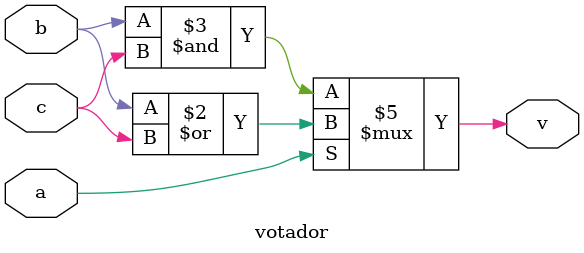
<source format=v>

/*
   Lección 2-1: Simulación con banco de pruebas

   En esta lección veremos cómo separar la descripción de un módulo de circuito
   del proceso para simularlo.

   El proceso de síntesis lógica automática consiste básicamente en aplicar
   herramientas informáticas que traducen descripciones funcionales y/o
   procedimentales en descripciones completamente estructurales compuestas por
   componentes sencillos previamente diseñados, lo que permite pasar
   directamente a la implementación o fabricación del circuito. Para que una
   descripción funcional y/o procedimental pueda ser sintetizada automáticamente
   debe cumplir una serie de restricciones, esto es, ser lo bastante simple como
   para que su síntesis pueda automatizarse. Un código de este tipo se llama
   sintetizable. En este curso, todo el código se ha realizado con la intención
   de que pueda ser sintetizado por cualquier herramienta de síntesis estándar.
   La documentación del software de síntesis y del fabricante de la tecnología
   empleada suele contener información valiosa sobre la mejor forma de realizar
   una descripción en Verilog de forma que se asegure o mejore el posterior
   proceso de síntesis.

   En las lecciones anteriores hemos realizado ejemplos empleando un único
   módulo que contenía tanto la descripción del circuito como directivas para
   generar señales de test y observar el resultado de la simulación del
   circuito. El conjunto de direcitvas que tienen como objeto la simulación y
   comprobación de la correcta operación del circuito recibe el nombre de "banco
   de pruebas" ("test bench" en inglés).

   En general no es buena idea definir un diseño y su banco de pruebas en un
   mismo módulo ya que esto dificulta e incluso imposibilita el empleo del
   diseño compo parte de un diseño más complejo, así como la síntesis automática
   del diseño. El banco de pruebas es útil durante la fase de diseño, pero es
   algo que normalmente no es útil sintetizar, no queremos sintetizar y, a
   menudo, no es posible sintetizar, ya que se compone de directivas que no
   tienen sentido en el proceso de síntesis como "$monitor" o "$dumpvars".

   La forma de proceder consiste en definir el circuito completo o sus partes en
   módulos independientes y el banco de pruebas en un módulo aparte. Estos
   módulos pueden definirse en un mismo archivo o en archivos diferentes, que es
   lo habitual.

   Este archivo contiene el diseño de un circuito votador que usaremos como
   ejemplo, mientras que el archivo votador_tb.v contiene el banco de pruebas
   para la comprobación de este diseño con las explicaciones pertinentes.

   Un circuito votador implementa la función mayoría. Su salida es el valor
   mayoritario de sus entradas. En nuestro ejemplo el circuito tiene tres
   entradas, por lo que la salida valdrá uno si dos o más de las entradas valen
   uno, y valdrá cero si dos o más de sus entradas valen cero. Los circuitos
   votadores tienen aplicación en sistemas redundantes, donde es necesario
   decidir cual es el valor correcto más probable de entre las salidas de varios
   sistemas idénticos que pueden presentar fallos de operación.
*/

// Definimos la escala de tiempo para el simulador
`timescale 1ns / 1ps

/* En este módulo definimos las señales de entra y salida que serán visibles
 * desde el exterior. De esta forma podremos usar el módulo como componente
 * en otros diseños y en un banco de pruebas. */
module votador(
    output reg v,
    input wire a,
    input wire b,
    input wire c
    );

    /* Describimos el circuito mediante un procedimiento usando una
     * estructura "case". "case" es más simple que "if-else" si todas las
     * condiciones dependen de una única variable. La condición "default"
     * es opcional pero nos asegura que tendremos en cuenta todos los
     * casos. */
    always @(a, b, c)
        case(a)     // hacemos una cosa u otra en función de lo que
                    // valga a
        1:          // hacemos esto si a=0
            v = b | c;
        default:    // hacemos esto si a=1 (a!=0)
            v = b & c;
        endcase

endmodule // votador

/*
   EJERCICIO

   1. Comprueba que el archivo no tiene errores copilándolo con:

      $ iverilog votador.v

   La lección sigue en el archivo votador_tb.v.
*/

</source>
